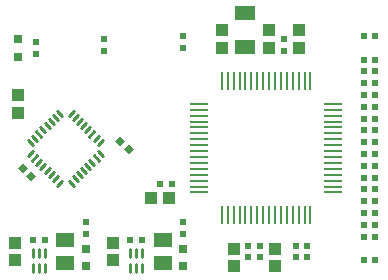
<source format=gbr>
G04 EAGLE Gerber RS-274X export*
G75*
%MOMM*%
%FSLAX34Y34*%
%LPD*%
%INSolderpaste Top*%
%IPPOS*%
%AMOC8*
5,1,8,0,0,1.08239X$1,22.5*%
G01*
%ADD10R,0.600000X0.600000*%
%ADD11R,1.750000X1.250000*%
%ADD12R,1.000000X1.000000*%
%ADD13R,1.558800X0.280000*%
%ADD14R,0.280000X1.558800*%
%ADD15C,0.270000*%
%ADD16R,1.500000X1.250000*%
%ADD17C,0.250000*%
%ADD18R,0.600000X0.600000*%
%ADD19R,0.800000X0.800000*%


D10*
X385000Y205000D03*
X395000Y205000D03*
D11*
X285000Y226000D03*
X285000Y254000D03*
D12*
X265000Y225000D03*
X265000Y240000D03*
X310000Y55000D03*
X310000Y40000D03*
D10*
X297500Y57500D03*
X297500Y47500D03*
D12*
X305000Y225000D03*
X305000Y240000D03*
D10*
X317500Y222500D03*
X317500Y232500D03*
D12*
X330000Y225000D03*
X330000Y240000D03*
X220000Y97500D03*
X205000Y97500D03*
D10*
X222500Y110000D03*
X212500Y110000D03*
D12*
X275000Y55000D03*
X275000Y40000D03*
D10*
X385000Y185000D03*
X395000Y185000D03*
X287500Y57500D03*
X287500Y47500D03*
X385000Y165000D03*
X395000Y165000D03*
X385000Y145000D03*
X395000Y145000D03*
X385000Y125000D03*
X395000Y125000D03*
X385000Y105000D03*
X395000Y105000D03*
X385000Y85000D03*
X395000Y85000D03*
X385000Y65000D03*
X395000Y65000D03*
X337500Y57500D03*
X337500Y47500D03*
D13*
X359283Y102500D03*
X359283Y107500D03*
X359283Y112500D03*
X359283Y117500D03*
X359283Y122500D03*
X359283Y127500D03*
X359283Y132500D03*
X359283Y137500D03*
X359283Y142500D03*
X359283Y147500D03*
X359283Y152500D03*
X359283Y157500D03*
X359283Y162500D03*
X359283Y167500D03*
X359283Y172500D03*
X359283Y177500D03*
D14*
X340000Y196783D03*
X335000Y196783D03*
X330000Y196783D03*
X325000Y196783D03*
X320000Y196783D03*
X315000Y196783D03*
X310000Y196783D03*
X305000Y196783D03*
X300000Y196783D03*
X295000Y196783D03*
X290000Y196783D03*
X285000Y196783D03*
X280000Y196783D03*
X275000Y196783D03*
X270000Y196783D03*
X265000Y196783D03*
D13*
X245717Y177500D03*
X245717Y172500D03*
X245717Y167500D03*
X245717Y162500D03*
X245717Y157500D03*
X245717Y152500D03*
X245717Y147500D03*
X245717Y142500D03*
X245717Y137500D03*
X245717Y132500D03*
X245717Y127500D03*
X245717Y122500D03*
X245717Y117500D03*
X245717Y112500D03*
X245717Y107500D03*
X245717Y102500D03*
D14*
X265000Y83217D03*
X270000Y83217D03*
X275000Y83217D03*
X280000Y83217D03*
X285000Y83217D03*
X290000Y83217D03*
X295000Y83217D03*
X300000Y83217D03*
X305000Y83217D03*
X310000Y83217D03*
X315000Y83217D03*
X320000Y83217D03*
X325000Y83217D03*
X330000Y83217D03*
X335000Y83217D03*
X340000Y83217D03*
D10*
X385000Y215000D03*
X395000Y215000D03*
X385000Y45000D03*
X395000Y45000D03*
X327500Y47500D03*
X327500Y57500D03*
X232500Y225000D03*
X232500Y235000D03*
X385000Y195000D03*
X395000Y195000D03*
X385000Y175000D03*
X395000Y175000D03*
X385000Y155000D03*
X395000Y155000D03*
X385000Y135000D03*
X395000Y135000D03*
X385000Y115000D03*
X395000Y115000D03*
X385000Y95000D03*
X395000Y95000D03*
X385000Y75000D03*
X395000Y75000D03*
X385000Y235000D03*
X395000Y235000D03*
D15*
X197500Y54650D02*
X197500Y48000D01*
X192500Y48000D02*
X192500Y54650D01*
X187500Y54650D02*
X187500Y48000D01*
X187500Y42000D02*
X187500Y35350D01*
X192500Y35350D02*
X192500Y42000D01*
X197500Y42000D02*
X197500Y35350D01*
X115000Y48000D02*
X115000Y54650D01*
X110000Y54650D02*
X110000Y48000D01*
X105000Y48000D02*
X105000Y54650D01*
X105000Y42000D02*
X105000Y35350D01*
X110000Y35350D02*
X110000Y42000D01*
X115000Y42000D02*
X115000Y35350D01*
D16*
X215000Y62000D03*
X215000Y43000D03*
X132500Y62000D03*
X132500Y43000D03*
D12*
X90000Y45000D03*
X90000Y60000D03*
X172500Y45000D03*
X172500Y60000D03*
D10*
X197500Y62500D03*
X187500Y62500D03*
X115000Y62500D03*
X105000Y62500D03*
D17*
X100754Y133003D02*
X105066Y137315D01*
X108602Y133780D02*
X104290Y129468D01*
X107825Y125932D02*
X112137Y130244D01*
X115673Y126709D02*
X111361Y122397D01*
X114897Y118861D02*
X119209Y123173D01*
X122744Y119637D02*
X118432Y115325D01*
X121968Y111790D02*
X126280Y116102D01*
X129815Y112566D02*
X125503Y108254D01*
X135185Y112566D02*
X139497Y108254D01*
X143032Y111790D02*
X138720Y116102D01*
X142256Y119637D02*
X146568Y115325D01*
X150103Y118861D02*
X145791Y123173D01*
X149327Y126709D02*
X153639Y122397D01*
X157175Y125932D02*
X152863Y130244D01*
X156398Y133780D02*
X160710Y129468D01*
X164246Y133003D02*
X159934Y137315D01*
X159934Y142685D02*
X164246Y146997D01*
X160710Y150532D02*
X156398Y146220D01*
X152863Y149756D02*
X157175Y154068D01*
X153639Y157603D02*
X149327Y153291D01*
X145791Y156827D02*
X150103Y161139D01*
X146568Y164675D02*
X142256Y160363D01*
X138720Y163898D02*
X143032Y168210D01*
X139497Y171746D02*
X135185Y167434D01*
X129815Y167434D02*
X125503Y171746D01*
X121968Y168210D02*
X126280Y163898D01*
X122744Y160363D02*
X118432Y164675D01*
X114897Y161139D02*
X119209Y156827D01*
X115673Y153291D02*
X111361Y157603D01*
X107825Y154068D02*
X112137Y149756D01*
X108602Y146220D02*
X104290Y150532D01*
X100754Y146997D02*
X105066Y142685D01*
D18*
G36*
X96464Y127778D02*
X100706Y123536D01*
X96464Y119294D01*
X92222Y123536D01*
X96464Y127778D01*
G37*
G36*
X103536Y112222D02*
X99294Y116464D01*
X103536Y120706D01*
X107778Y116464D01*
X103536Y112222D01*
G37*
D19*
X232500Y40000D03*
X232500Y55000D03*
X150000Y40000D03*
X150000Y55000D03*
X92500Y217500D03*
X92500Y232500D03*
D10*
X150000Y67500D03*
X150000Y77500D03*
X232500Y67500D03*
X232500Y77500D03*
X107500Y230000D03*
X107500Y220000D03*
D12*
X92500Y170000D03*
X92500Y185000D03*
D18*
G36*
X178964Y150278D02*
X183206Y146036D01*
X178964Y141794D01*
X174722Y146036D01*
X178964Y150278D01*
G37*
G36*
X186036Y134722D02*
X181794Y138964D01*
X186036Y143206D01*
X190278Y138964D01*
X186036Y134722D01*
G37*
D10*
X165000Y232500D03*
X165000Y222500D03*
M02*

</source>
